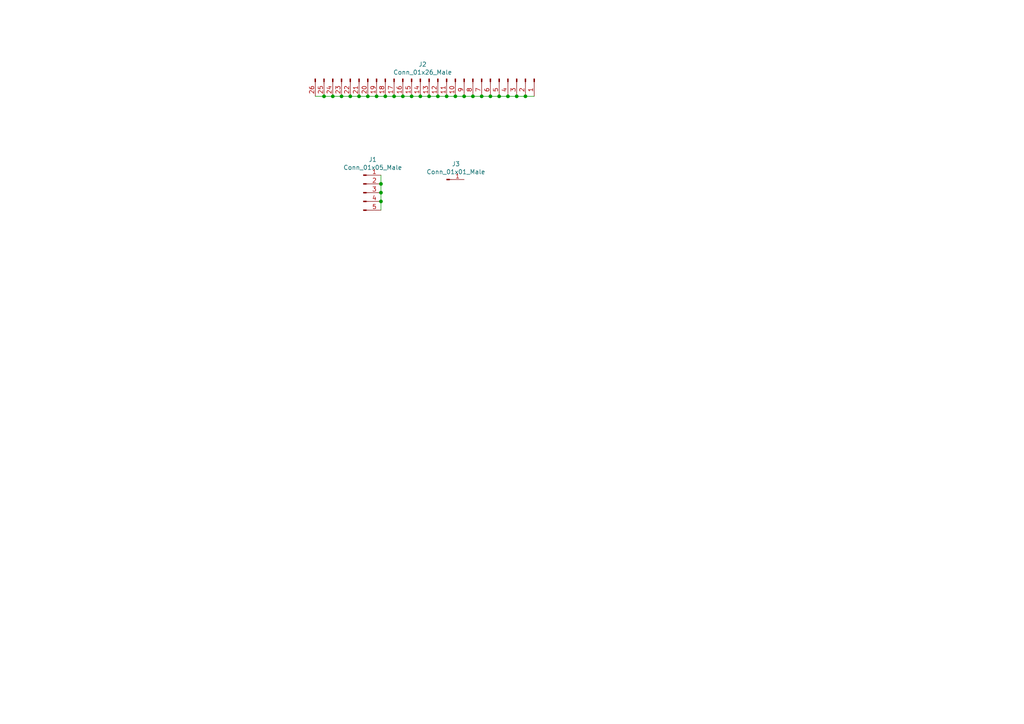
<source format=kicad_sch>
(kicad_sch (version 20211123) (generator eeschema)
  (paper "A4")
  (lib_symbols
    (symbol "Connector:Conn_01x01_Male" (pin_names (offset 1.016) hide)
      (property "Reference" "J" (at 0 2.54 0))
      (property "Value" "Conn_01x01_Male" (at 0 -2.54 0))
      (symbol "Conn_01x01_Male_1_1"
        (polyline (pts (xy 1.27 0) (xy 0.8636 0)) (stroke (width 0.1524)))
        (rectangle (start 0.8636 0.127) (end 0 -0.127) (stroke (width 0.1524)) (fill (type outline)))
        (pin passive line (at 5.08 0 180) (length 3.81) (name "Pin_1") (number "1"))
      )
    )
    (symbol "Connector:Conn_01x05_Male" (pin_names (offset 1.016) hide)
      (property "Reference" "J" (at 0 7.62 0))
      (property "Value" "Conn_01x05_Male" (at 0 -7.62 0))
      (symbol "Conn_01x05_Male_1_1"
        (polyline (pts (xy 1.27 -5.08) (xy 0.8636 -5.08)) (stroke (width 0.1524)))
        (polyline (pts (xy 1.27 -2.54) (xy 0.8636 -2.54)) (stroke (width 0.1524)))
        (polyline (pts (xy 1.27 0) (xy 0.8636 0)) (stroke (width 0.1524)))
        (polyline (pts (xy 1.27 2.54) (xy 0.8636 2.54)) (stroke (width 0.1524)))
        (polyline (pts (xy 1.27 5.08) (xy 0.8636 5.08)) (stroke (width 0.1524)))
        (rectangle (start 0.8636 -4.953) (end 0 -5.207) (stroke (width 0.1524)) (fill (type outline)))
        (rectangle (start 0.8636 -2.413) (end 0 -2.667) (stroke (width 0.1524)) (fill (type outline)))
        (rectangle (start 0.8636 0.127) (end 0 -0.127) (stroke (width 0.1524)) (fill (type outline)))
        (rectangle (start 0.8636 2.667) (end 0 2.413) (stroke (width 0.1524)) (fill (type outline)))
        (rectangle (start 0.8636 5.207) (end 0 4.953) (stroke (width 0.1524)) (fill (type outline)))
        (pin passive line (at 5.08 5.08 180) (length 3.81) (name "Pin_1") (number "1"))
        (pin passive line (at 5.08 2.54 180) (length 3.81) (name "Pin_2") (number "2"))
        (pin passive line (at 5.08 0 180) (length 3.81) (name "Pin_3") (number "3"))
        (pin passive line (at 5.08 -2.54 180) (length 3.81) (name "Pin_4") (number "4"))
        (pin passive line (at 5.08 -5.08 180) (length 3.81) (name "Pin_5") (number "5"))
      )
    )
    (symbol "Connector:Conn_01x26_Male" (pin_names (offset 1.016) hide)
      (property "Reference" "J" (at 0 33.02 0))
      (property "Value" "Conn_01x26_Male" (at 0 -35.56 0))
      (symbol "Conn_01x26_Male_1_1"
        (polyline (pts (xy 1.27 -33.02) (xy 0.8636 -33.02)) (stroke (width 0.1524)))
        (polyline (pts (xy 1.27 -30.48) (xy 0.8636 -30.48)) (stroke (width 0.1524)))
        (polyline (pts (xy 1.27 -27.94) (xy 0.8636 -27.94)) (stroke (width 0.1524)))
        (polyline (pts (xy 1.27 -25.4) (xy 0.8636 -25.4)) (stroke (width 0.1524)))
        (polyline (pts (xy 1.27 -22.86) (xy 0.8636 -22.86)) (stroke (width 0.1524)))
        (polyline (pts (xy 1.27 -20.32) (xy 0.8636 -20.32)) (stroke (width 0.1524)))
        (polyline (pts (xy 1.27 -17.78) (xy 0.8636 -17.78)) (stroke (width 0.1524)))
        (polyline (pts (xy 1.27 -15.24) (xy 0.8636 -15.24)) (stroke (width 0.1524)))
        (polyline (pts (xy 1.27 -12.7) (xy 0.8636 -12.7)) (stroke (width 0.1524)))
        (polyline (pts (xy 1.27 -10.16) (xy 0.8636 -10.16)) (stroke (width 0.1524)))
        (polyline (pts (xy 1.27 -7.62) (xy 0.8636 -7.62)) (stroke (width 0.1524)))
        (polyline (pts (xy 1.27 -5.08) (xy 0.8636 -5.08)) (stroke (width 0.1524)))
        (polyline (pts (xy 1.27 -2.54) (xy 0.8636 -2.54)) (stroke (width 0.1524)))
        (polyline (pts (xy 1.27 0) (xy 0.8636 0)) (stroke (width 0.1524)))
        (polyline (pts (xy 1.27 2.54) (xy 0.8636 2.54)) (stroke (width 0.1524)))
        (polyline (pts (xy 1.27 5.08) (xy 0.8636 5.08)) (stroke (width 0.1524)))
        (polyline (pts (xy 1.27 7.62) (xy 0.8636 7.62)) (stroke (width 0.1524)))
        (polyline (pts (xy 1.27 10.16) (xy 0.8636 10.16)) (stroke (width 0.1524)))
        (polyline (pts (xy 1.27 12.7) (xy 0.8636 12.7)) (stroke (width 0.1524)))
        (polyline (pts (xy 1.27 15.24) (xy 0.8636 15.24)) (stroke (width 0.1524)))
        (polyline (pts (xy 1.27 17.78) (xy 0.8636 17.78)) (stroke (width 0.1524)))
        (polyline (pts (xy 1.27 20.32) (xy 0.8636 20.32)) (stroke (width 0.1524)))
        (polyline (pts (xy 1.27 22.86) (xy 0.8636 22.86)) (stroke (width 0.1524)))
        (polyline (pts (xy 1.27 25.4) (xy 0.8636 25.4)) (stroke (width 0.1524)))
        (polyline (pts (xy 1.27 27.94) (xy 0.8636 27.94)) (stroke (width 0.1524)))
        (polyline (pts (xy 1.27 30.48) (xy 0.8636 30.48)) (stroke (width 0.1524)))
        (rectangle (start 0.8636 -32.893) (end 0 -33.147) (stroke (width 0.1524)) (fill (type outline)))
        (rectangle (start 0.8636 -30.353) (end 0 -30.607) (stroke (width 0.1524)) (fill (type outline)))
        (rectangle (start 0.8636 -27.813) (end 0 -28.067) (stroke (width 0.1524)) (fill (type outline)))
        (rectangle (start 0.8636 -25.273) (end 0 -25.527) (stroke (width 0.1524)) (fill (type outline)))
        (rectangle (start 0.8636 -22.733) (end 0 -22.987) (stroke (width 0.1524)) (fill (type outline)))
        (rectangle (start 0.8636 -20.193) (end 0 -20.447) (stroke (width 0.1524)) (fill (type outline)))
        (rectangle (start 0.8636 -17.653) (end 0 -17.907) (stroke (width 0.1524)) (fill (type outline)))
        (rectangle (start 0.8636 -15.113) (end 0 -15.367) (stroke (width 0.1524)) (fill (type outline)))
        (rectangle (start 0.8636 -12.573) (end 0 -12.827) (stroke (width 0.1524)) (fill (type outline)))
        (rectangle (start 0.8636 -10.033) (end 0 -10.287) (stroke (width 0.1524)) (fill (type outline)))
        (rectangle (start 0.8636 -7.493) (end 0 -7.747) (stroke (width 0.1524)) (fill (type outline)))
        (rectangle (start 0.8636 -4.953) (end 0 -5.207) (stroke (width 0.1524)) (fill (type outline)))
        (rectangle (start 0.8636 -2.413) (end 0 -2.667) (stroke (width 0.1524)) (fill (type outline)))
        (rectangle (start 0.8636 0.127) (end 0 -0.127) (stroke (width 0.1524)) (fill (type outline)))
        (rectangle (start 0.8636 2.667) (end 0 2.413) (stroke (width 0.1524)) (fill (type outline)))
        (rectangle (start 0.8636 5.207) (end 0 4.953) (stroke (width 0.1524)) (fill (type outline)))
        (rectangle (start 0.8636 7.747) (end 0 7.493) (stroke (width 0.1524)) (fill (type outline)))
        (rectangle (start 0.8636 10.287) (end 0 10.033) (stroke (width 0.1524)) (fill (type outline)))
        (rectangle (start 0.8636 12.827) (end 0 12.573) (stroke (width 0.1524)) (fill (type outline)))
        (rectangle (start 0.8636 15.367) (end 0 15.113) (stroke (width 0.1524)) (fill (type outline)))
        (rectangle (start 0.8636 17.907) (end 0 17.653) (stroke (width 0.1524)) (fill (type outline)))
        (rectangle (start 0.8636 20.447) (end 0 20.193) (stroke (width 0.1524)) (fill (type outline)))
        (rectangle (start 0.8636 22.987) (end 0 22.733) (stroke (width 0.1524)) (fill (type outline)))
        (rectangle (start 0.8636 25.527) (end 0 25.273) (stroke (width 0.1524)) (fill (type outline)))
        (rectangle (start 0.8636 28.067) (end 0 27.813) (stroke (width 0.1524)) (fill (type outline)))
        (rectangle (start 0.8636 30.607) (end 0 30.353) (stroke (width 0.1524)) (fill (type outline)))
        (pin passive line (at 5.08 30.48 180) (length 3.81) (name "Pin_1") (number "1"))
        (pin passive line (at 5.08 7.62 180) (length 3.81) (name "Pin_10") (number "10"))
        (pin passive line (at 5.08 5.08 180) (length 3.81) (name "Pin_11") (number "11"))
        (pin passive line (at 5.08 2.54 180) (length 3.81) (name "Pin_12") (number "12"))
        (pin passive line (at 5.08 0 180) (length 3.81) (name "Pin_13") (number "13"))
        (pin passive line (at 5.08 -2.54 180) (length 3.81) (name "Pin_14") (number "14"))
        (pin passive line (at 5.08 -5.08 180) (length 3.81) (name "Pin_15") (number "15"))
        (pin passive line (at 5.08 -7.62 180) (length 3.81) (name "Pin_16") (number "16"))
        (pin passive line (at 5.08 -10.16 180) (length 3.81) (name "Pin_17") (number "17"))
        (pin passive line (at 5.08 -12.7 180) (length 3.81) (name "Pin_18") (number "18"))
        (pin passive line (at 5.08 -15.24 180) (length 3.81) (name "Pin_19") (number "19"))
        (pin passive line (at 5.08 27.94 180) (length 3.81) (name "Pin_2") (number "2"))
        (pin passive line (at 5.08 -17.78 180) (length 3.81) (name "Pin_20") (number "20"))
        (pin passive line (at 5.08 -20.32 180) (length 3.81) (name "Pin_21") (number "21"))
        (pin passive line (at 5.08 -22.86 180) (length 3.81) (name "Pin_22") (number "22"))
        (pin passive line (at 5.08 -25.4 180) (length 3.81) (name "Pin_23") (number "23"))
        (pin passive line (at 5.08 -27.94 180) (length 3.81) (name "Pin_24") (number "24"))
        (pin passive line (at 5.08 -30.48 180) (length 3.81) (name "Pin_25") (number "25"))
        (pin passive line (at 5.08 -33.02 180) (length 3.81) (name "Pin_26") (number "26"))
        (pin passive line (at 5.08 25.4 180) (length 3.81) (name "Pin_3") (number "3"))
        (pin passive line (at 5.08 22.86 180) (length 3.81) (name "Pin_4") (number "4"))
        (pin passive line (at 5.08 20.32 180) (length 3.81) (name "Pin_5") (number "5"))
        (pin passive line (at 5.08 17.78 180) (length 3.81) (name "Pin_6") (number "6"))
        (pin passive line (at 5.08 15.24 180) (length 3.81) (name "Pin_7") (number "7"))
        (pin passive line (at 5.08 12.7 180) (length 3.81) (name "Pin_8") (number "8"))
        (pin passive line (at 5.08 10.16 180) (length 3.81) (name "Pin_9") (number "9"))
      )
    )
  )
  (junction (at 109.22 27.94))
  (junction (at 106.68 27.94))
  (junction (at 121.92 27.94))
  (junction (at 144.78 27.94))
  (junction (at 132.08 27.94))
  (junction (at 99.06 27.94))
  (junction (at 142.24 27.94))
  (junction (at 96.52 27.94))
  (junction (at 116.84 27.94))
  (junction (at 134.62 27.94))
  (junction (at 110.49 55.88))
  (junction (at 93.98 27.94))
  (junction (at 101.6 27.94))
  (junction (at 119.38 27.94))
  (junction (at 137.16 27.94))
  (junction (at 110.49 58.42))
  (junction (at 111.76 27.94))
  (junction (at 139.7 27.94))
  (junction (at 147.32 27.94))
  (junction (at 149.86 27.94))
  (junction (at 127 27.94))
  (junction (at 152.4 27.94))
  (junction (at 129.54 27.94))
  (junction (at 104.14 27.94))
  (junction (at 124.46 27.94))
  (junction (at 114.3 27.94))
  (junction (at 110.49 53.34))
  (wire (pts (xy 144.78 27.94) (xy 147.32 27.94)))
  (wire (pts (xy 134.62 27.94) (xy 137.16 27.94)))
  (wire (pts (xy 149.86 27.94) (xy 152.4 27.94)))
  (wire (pts (xy 147.32 27.94) (xy 149.86 27.94)))
  (wire (pts (xy 116.84 27.94) (xy 119.38 27.94)))
  (wire (pts (xy 152.4 27.94) (xy 154.94 27.94)))
  (wire (pts (xy 127 27.94) (xy 129.54 27.94)))
  (wire (pts (xy 114.3 27.94) (xy 116.84 27.94)))
  (wire (pts (xy 110.49 53.34) (xy 110.49 55.88)))
  (wire (pts (xy 106.68 27.94) (xy 109.22 27.94)))
  (wire (pts (xy 142.24 27.94) (xy 144.78 27.94)))
  (wire (pts (xy 104.14 27.94) (xy 106.68 27.94)))
  (wire (pts (xy 110.49 58.42) (xy 110.49 60.96)))
  (wire (pts (xy 124.46 27.94) (xy 127 27.94)))
  (wire (pts (xy 110.49 50.8) (xy 110.49 53.34)))
  (wire (pts (xy 110.49 55.88) (xy 110.49 58.42)))
  (wire (pts (xy 91.44 27.94) (xy 93.98 27.94)))
  (wire (pts (xy 121.92 27.94) (xy 124.46 27.94)))
  (wire (pts (xy 132.08 27.94) (xy 134.62 27.94)))
  (wire (pts (xy 96.52 27.94) (xy 99.06 27.94)))
  (wire (pts (xy 137.16 27.94) (xy 139.7 27.94)))
  (wire (pts (xy 101.6 27.94) (xy 104.14 27.94)))
  (wire (pts (xy 119.38 27.94) (xy 121.92 27.94)))
  (wire (pts (xy 93.98 27.94) (xy 96.52 27.94)))
  (wire (pts (xy 129.54 27.94) (xy 132.08 27.94)))
  (wire (pts (xy 111.76 27.94) (xy 114.3 27.94)))
  (wire (pts (xy 109.22 27.94) (xy 111.76 27.94)))
  (wire (pts (xy 99.06 27.94) (xy 101.6 27.94)))
  (wire (pts (xy 139.7 27.94) (xy 142.24 27.94)))
  (symbol (lib_id "Connector:Conn_01x05_Male") (at 105.41 55.88 0) (unit 1)
    (property "Reference" "J1" (at 108.1024 46.2788 0))
    (property "Value" "Conn_01x05_Male" (at 108.1024 48.5902 0))
    (property "Footprint" "Pin_Headers:Pin_Header_Straight_1x05_Pitch2.54mm" (effects hide))
  )
  (symbol (lib_id "Connector:Conn_01x26_Male") (at 124.46 22.86 270) (unit 1)
    (property "Reference" "J2" (at 122.5804 18.669 90))
    (property "Value" "Conn_01x26_Male" (at 122.5804 20.9804 90))
    (property "Footprint" "Pin_Headers:Pin_Header_Straight_1x26_Pitch2.54mm" (effects hide))
  )
  (symbol (lib_id "Connector:Conn_01x01_Male") (at 129.54 52.07 0) (unit 1)
    (property "Reference" "J3" (at 132.2324 47.5488 0))
    (property "Value" "Conn_01x01_Male" (at 132.2324 49.8602 0))
    (property "Footprint" "Pin_Headers:Pin_Header_Straight_1x01_Pitch2.54mm" (effects hide))
  )
)
</source>
